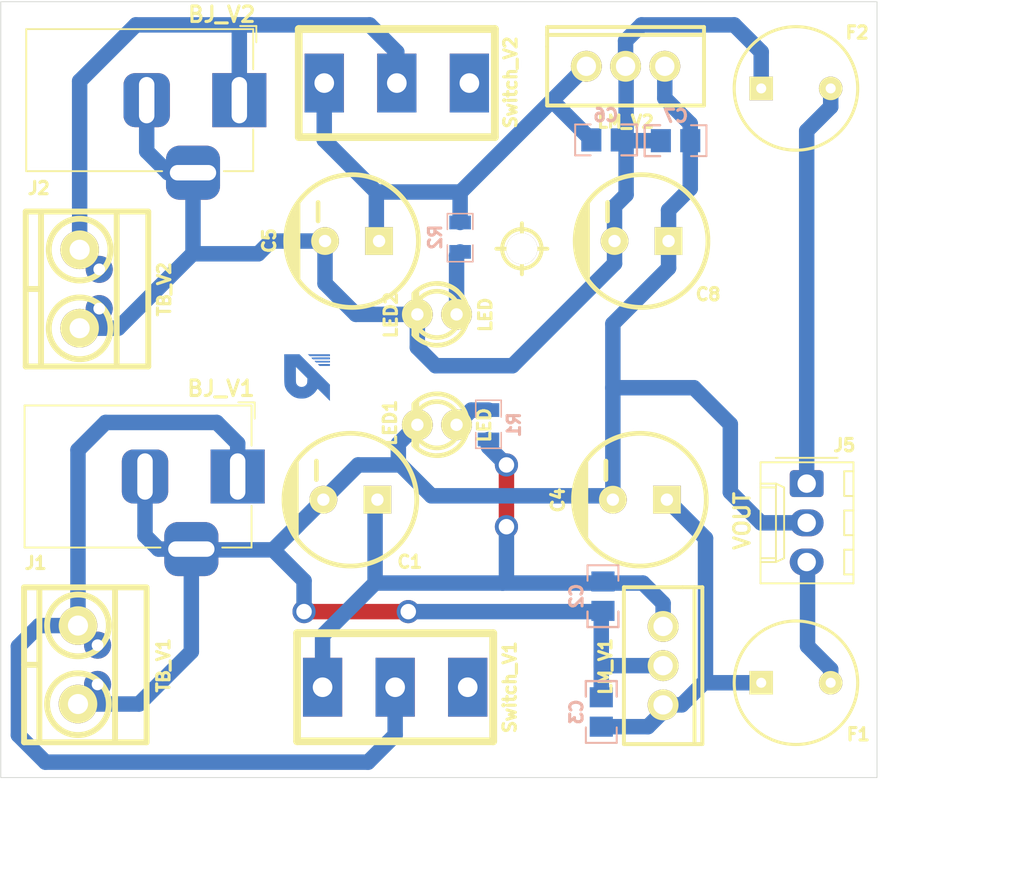
<source format=kicad_pcb>
(kicad_pcb (version 20240108) (generator "pcbnew") (generator_version "8.0")
  (title_block (title "Fuente N°2 Electroencefalograma") (date "2025-08-15") (rev "v1.0") (company "E.E.S.T. N°5 \"2 de Abril\" Temperley") (comment 1 "Autor: Iván Romano") (comment 2 "Curso: 7mo 6ta") (comment 3 "Grupo: 2"))
  (layers (0 "F.Cu" signal) (31 "B.Cu" signal) (34 "B.Paste" user) (35 "F.Paste" user) (36 "B.SilkS" user "B.Silkscreen") (37 "F.SilkS" user "F.Silkscreen") (38 "B.Mask" user) (39 "F.Mask" user) (44 "Edge.Cuts" user))
  (net 0 "")
  (net 1 "/+V1_SW_OUT")
  (net 2 "/+V2_Regulated")
  (net 3 "/+V1_Regulated")
  (net 4 "/-V2")
  (net 5 "/+V2_SW_OUT")
  (net 6 "+5V")
  (net 7 "-5V")
  (net 8 "/+V1_SW_IN")
  (net 9 "/+V2_SW_IN")
  (net 11 "Net-(LED1-A)")
  (net 12 "Net-(LED2-A)")
  (footprint "EESTN5:led_3mm_green" (layer "F.Cu") (at 153.663 91.1 -90)
    (property "Reference" "LED2" (at 0.05 2.988 90) (layer "F.SilkS") (effects (font (size 0.8 0.8) (thickness 0.2))))
    (property "Value" "LED" (at 0.025 -3.137 90) (layer "F.SilkS") (effects (font (size 0.8 0.8) (thickness 0.2))))
    (fp_line (start -1.30048 1.50114) (end 1.30048 1.50114) (stroke (width 0.29972)) (layer "F.SilkS"))
    (fp_line (start -1.50114 1.30048) (end 1.50114 1.30048) (stroke (width 0.29972)) (layer "F.SilkS"))
    (fp_arc (start -1.33096 1.50114) (mid -2.002597 0.120335) (end -1.50114 -1.33096) (stroke (width 0.29972)) (layer "F.SilkS"))
    (fp_arc (start -1.99898 0) (mid -1.413492 -1.413492) (end 0 -1.99898) (stroke (width 0.29972)) (layer "F.SilkS"))
    (fp_arc (start 1.50876 -1.31064) (mid 1.993617 0.140092) (end 1.31064 1.50876) (stroke (width 0.29972)) (layer "F.SilkS"))
    (fp_arc (start 0 -1.99898) (mid 1.413492 -1.413492) (end 1.99898 0) (stroke (width 0.29972)) (layer "F.SilkS"))
    (fp_circle (center 0 0) (end -1.50114 0) (stroke (width 0.29972)) (fill none) (layer "F.SilkS"))
    (pad "1" thru_hole circle (at 0 -1.27 270) (size 1.99898 1.99898) (drill 0.8001) (layers "*.Cu" "*.Mask" "F.SilkS") (net 12 "Net-(LED2-A)"))
    (pad "2" thru_hole circle (at 0 1.27 270) (size 1.99898 1.99898) (drill 0.8001) (layers "*.Cu" "*.Mask" "F.SilkS") (net 4 "/-V2"))
  )
  (footprint "EESTN5:BORNERA2_DUO" (layer "F.Cu") (at 130.413 113.795 -90)
    (property "Reference" "J3" (hide yes))
    (property "Value" "TB_V1" (at 0.03 -5.537 90) (layer "F.SilkS") (effects (font (size 0.8 0.8) (thickness 0.2) (bold yes))))
    (fp_line (start -4.9835 3.4925) (end 5.0165 3.4925) (stroke (width 0.381)) (layer "F.SilkS"))
    (fp_line (start 5.0165 3.4925) (end 5.0165 -4.445) (stroke (width 0.381)) (layer "F.SilkS"))
    (fp_line (start 0 2.54) (end 0 3.4845) (stroke (width 0.381)) (layer "F.SilkS"))
    (fp_line (start -5 2.5) (end 5 2.5) (stroke (width 0.381)) (layer "F.SilkS"))
    (fp_line (start -5 -2.4) (end 5 -2.4) (stroke (width 0.381)) (layer "F.SilkS"))
    (fp_line (start -5.0165 -4.445) (end -5.0165 3.4925) (stroke (width 0.381)) (layer "F.SilkS"))
    (fp_line (start 5.0165 -4.445) (end -4.9835 -4.445) (stroke (width 0.381)) (layer "F.SilkS"))
    (fp_circle (center -2.55 0) (end -0.55 0) (stroke (width 0.381)) (fill none) (layer "F.SilkS"))
    (fp_circle (center 2.55 0) (end 0.55 0) (stroke (width 0.381)) (fill none) (layer "F.SilkS"))
    (pad "1" thru_hole circle (at -2.54 0 270) (size 2.5 2.5) (drill 1.3) (layers "*.Cu" "*.Mask" "F.SilkS") (net 8 "/+V1_SW_IN"))
    (pad "1" thru_hole circle (at -1.27 -1.27 270) (size 1.75 1.75) (drill 0.762) (layers "*.Cu" "*.Mask") (net 8 "/+V1_SW_IN"))
    (pad "2" thru_hole circle (at 1.27 -1.27 270) (size 1.75 1.75) (drill 0.762) (layers "*.Cu" "*.Mask") (net 2 "/+V2_Regulated"))
    (pad "2" thru_hole circle (at 2.54 0 270) (size 2.5 2.5) (drill 1.3) (layers "*.Cu" "*.Mask" "F.SilkS") (net 2 "/+V2_Regulated"))
  )
  (footprint "EESTN5:SW_SPDT_TH_Vertical" (layer "F.Cu") (at 151.063 76.119 90)
    (property "Reference" "Switch_V2" (at 0.044 7.362 90) (layer "F.SilkS") (effects (font (size 0.8 0.8) (thickness 0.2) (bold yes))))
    (property "Value" "SW_SPDT" (hide yes))
    (fp_line (start 3.5 -6.35) (end -3.5 -6.35) (stroke (width 0.5)) (layer "F.SilkS"))
    (fp_line (start 3.5 -6.35) (end 3.5 6.35) (stroke (width 0.508)) (layer "F.SilkS"))
    (fp_line (start -3.5 -6.35) (end -3.5 6.35) (stroke (width 0.5)) (layer "F.SilkS"))
    (fp_line (start -3.5 6.35) (end 3.5 6.35) (stroke (width 0.508)) (layer "F.SilkS"))
    (pad "1" thru_hole rect (at 0 -4.7 90) (size 3.81 2.54) (drill 1.27) (layers "*.Cu" "*.Mask") (net 5 "/+V2_SW_OUT"))
    (pad "2" thru_hole rect (at 0 0 90) (size 3.81 2.54) (drill 1.27) (layers "*.Cu" "*.Mask") (net 9 "/+V2_SW_IN"))
    (pad "3" thru_hole rect (at 0 4.7 90) (size 3.81 2.54) (drill 1.27) (layers "*.Cu" "*.Mask"))
  )
  (footprint "EESTN5:BORNERA2_DUO" (layer "F.Cu") (at 130.521 89.455 -90)
    (property "Reference" "J4" (hide yes))
    (property "Value" "TB_V2" (at 0.02 -5.479 90) (layer "F.SilkS") (effects (font (size 0.8 0.8) (thickness 0.2) (bold yes))))
    (fp_line (start -4.9835 3.4925) (end 5.0165 3.4925) (stroke (width 0.381)) (layer "F.SilkS"))
    (fp_line (start 5.0165 3.4925) (end 5.0165 -4.445) (stroke (width 0.381)) (layer "F.SilkS"))
    (fp_line (start 0 2.54) (end 0 3.4845) (stroke (width 0.381)) (layer "F.SilkS"))
    (fp_line (start -5 2.5) (end 5 2.5) (stroke (width 0.381)) (layer "F.SilkS"))
    (fp_line (start -5 -2.4) (end 5 -2.4) (stroke (width 0.381)) (layer "F.SilkS"))
    (fp_line (start -5.0165 -4.445) (end -5.0165 3.4925) (stroke (width 0.381)) (layer "F.SilkS"))
    (fp_line (start 5.0165 -4.445) (end -4.9835 -4.445) (stroke (width 0.381)) (layer "F.SilkS"))
    (fp_circle (center -2.55 0) (end -0.55 0) (stroke (width 0.381)) (fill none) (layer "F.SilkS"))
    (fp_circle (center 2.55 0) (end 0.55 0) (stroke (width 0.381)) (fill none) (layer "F.SilkS"))
    (pad "1" thru_hole circle (at -2.54 0 270) (size 2.5 2.5) (drill 1.3) (layers "*.Cu" "*.Mask" "F.SilkS") (net 9 "/+V2_SW_IN"))
    (pad "1" thru_hole circle (at -1.27 -1.27 270) (size 1.75 1.75) (drill 0.762) (layers "*.Cu" "*.Mask") (net 9 "/+V2_SW_IN"))
    (pad "2" thru_hole circle (at 1.27 -1.27 270) (size 1.75 1.75) (drill 0.762) (layers "*.Cu" "*.Mask") (net 4 "/-V2"))
    (pad "2" thru_hole circle (at 2.54 0 270) (size 2.5 2.5) (drill 1.3) (layers "*.Cu" "*.Mask" "F.SilkS") (net 4 "/-V2"))
  )
  (footprint "EESTN5:CAP_ELEC_8x11.5mm" (layer "F.Cu") (at 148.163 86.35 90)
    (property "Reference" "C5" (at 0.025 -5.363 90) (layer "F.SilkS") (effects (font (size 0.8 0.8) (thickness 0.2) (bold yes))))
    (property "Value" "470u" (hide yes))
    (fp_line (start -0.8 -4.1) (end 0.9 -4.1) (stroke (width 0.3048)) (layer "F.SilkS"))
    (fp_line (start -1.4 -3.9) (end 1.4 -3.9) (stroke (width 0.3048)) (layer "F.SilkS"))
    (fp_line (start -1.8 -3.7) (end 1.8 -3.7) (stroke (width 0.3048)) (layer "F.SilkS"))
    (fp_line (start -2.4 -3.5) (end 2.4 -3.5) (stroke (width 0.3048)) (layer "F.SilkS"))
    (fp_line (start 1.3 -2.2) (end 2.5 -2.2) (stroke (width 0.3)) (layer "F.SilkS"))
    (fp_circle (center 0 0) (end -4.3 0) (stroke (width 0.3048)) (fill none) (layer "F.SilkS"))
    (pad "1" thru_hole rect (at 0 1.75 90) (size 1.8 1.8) (drill 0.8) (layers "*.Cu" "*.Mask" "F.SilkS") (net 5 "/+V2_SW_OUT"))
    (pad "2" thru_hole circle (at 0 -1.75 90) (size 1.8 1.8) (drill 0.8) (layers "*.Cu" "*.Mask" "F.SilkS") (net 4 "/-V2"))
  )
  (footprint "EESTN5:TO-220" (layer "F.Cu") (at 165.878 75.032)
    (property "Reference" "LM_V2" (at 0 3.593 0) (layer "F.SilkS") (effects (font (size 0.8 0.8) (thickness 0.2) (bold yes))))
    (property "Value" "~" (hide yes))
    (fp_line (start -5.08 -2.54) (end -5.08 -1.27) (stroke (width 0.254)) (layer "F.SilkS"))
    (fp_line (start -5.08 -2.032) (end 5.08 -2.032) (stroke (width 0.254)) (layer "F.SilkS"))
    (fp_line (start -5.08 -1.27) (end -5.08 2.54) (stroke (width 0.254)) (layer "F.SilkS"))
    (fp_line (start -5.08 2.54) (end 5.08 2.54) (stroke (width 0.254)) (layer "F.SilkS"))
    (fp_line (start 5.08 -2.54) (end -5.08 -2.54) (stroke (width 0.254)) (layer "F.SilkS"))
    (fp_line (start 5.08 2.54) (end 5.08 -2.54) (stroke (width 0.254)) (layer "F.SilkS"))
    (pad "1" thru_hole circle (at -2.54 0) (size 2 2) (drill 1.24968) (layers "*.Cu" "*.Mask" "F.SilkS") (net 5 "/+V2_SW_OUT"))
    (pad "2" thru_hole circle (at 0 0) (size 2 2) (drill 1.24968) (layers "*.Cu" "*.Mask" "F.SilkS") (net 4 "/-V2"))
    (pad "3" thru_hole circle (at 2.54 0) (size 2 2) (drill 1.24968) (layers "*.Cu" "*.Mask" "F.SilkS") (net 2 "/+V2_Regulated"))
  )
  (footprint "EESTN5:CAP_ELEC_8x11.5mm" (layer "F.Cu") (at 148.055 103.1 90)
    (property "Reference" "C1" (at -4.025 3.845 180) (layer "F.SilkS") (effects (font (size 0.8 0.8) (thickness 0.2) (bold yes))))
    (property "Value" "470u" (hide yes))
    (fp_line (start -0.8 -4.1) (end 0.9 -4.1) (stroke (width 0.3048)) (layer "F.SilkS"))
    (fp_line (start -1.4 -3.9) (end 1.4 -3.9) (stroke (width 0.3048)) (layer "F.SilkS"))
    (fp_line (start -1.8 -3.7) (end 1.8 -3.7) (stroke (width 0.3048)) (layer "F.SilkS"))
    (fp_line (start -2.4 -3.5) (end 2.4 -3.5) (stroke (width 0.3048)) (layer "F.SilkS"))
    (fp_line (start 1.3 -2.2) (end 2.5 -2.2) (stroke (width 0.3)) (layer "F.SilkS"))
    (fp_circle (center 0 0) (end -4.3 0) (stroke (width 0.3048)) (fill none) (layer "F.SilkS"))
    (pad "1" thru_hole rect (at 0 1.75 90) (size 1.8 1.8) (drill 0.8) (layers "*.Cu" "*.Mask" "F.SilkS") (net 1 "/+V1_SW_OUT"))
    (pad "2" thru_hole circle (at 0 -1.75 90) (size 1.8 1.8) (drill 0.8) (layers "*.Cu" "*.Mask" "F.SilkS") (net 2 "/+V2_Regulated"))
  )
  (footprint "EESTN5:led_3mm_green" (layer "F.Cu") (at 153.663 98.25 -90)
    (property "Reference" "LED1" (at -0.125 3.038 90) (layer "F.SilkS") (effects (font (size 0.8 0.8) (thickness 0.2))))
    (property "Value" "LED" (at 0.025 -3.062 90) (layer "F.SilkS") (effects (font (size 0.8 0.8) (thickness 0.2))))
    (fp_line (start -1.30048 1.50114) (end 1.30048 1.50114) (stroke (width 0.29972)) (layer "F.SilkS"))
    (fp_line (start -1.50114 1.30048) (end 1.50114 1.30048) (stroke (width 0.29972)) (layer "F.SilkS"))
    (fp_arc (start -1.33096 1.50114) (mid -2.002597 0.120335) (end -1.50114 -1.33096) (stroke (width 0.29972)) (layer "F.SilkS"))
    (fp_arc (start -1.99898 0) (mid -1.413492 -1.413492) (end 0 -1.99898) (stroke (width 0.29972)) (layer "F.SilkS"))
    (fp_arc (start 1.50876 -1.31064) (mid 1.993617 0.140092) (end 1.31064 1.50876) (stroke (width 0.29972)) (layer "F.SilkS"))
    (fp_arc (start 0 -1.99898) (mid 1.413492 -1.413492) (end 1.99898 0) (stroke (width 0.29972)) (layer "F.SilkS"))
    (fp_circle (center 0 0) (end -1.50114 0) (stroke (width 0.29972)) (fill none) (layer "F.SilkS"))
    (pad "1" thru_hole circle (at 0 -1.27 270) (size 1.99898 1.99898) (drill 0.8001) (layers "*.Cu" "*.Mask" "F.SilkS") (net 11 "Net-(LED1-A)"))
    (pad "2" thru_hole circle (at 0 1.27 270) (size 1.99898 1.99898) (drill 0.8001) (layers "*.Cu" "*.Mask" "F.SilkS") (net 2 "/+V2_Regulated"))
  )
  (footprint "EESTN5:hole_2mm" (layer "F.Cu") (at 159.163 86.85)
    (property "Reference" "J6" (hide yes))
    (property "Value" "Moutning Hole" (hide yes))
    (fp_line (start -1.651 0) (end 1.651 0) (stroke (width 0.254)) (layer "F.SilkS"))
    (fp_line (start 0 -1.651) (end 0 1.651) (stroke (width 0.254)) (layer "F.SilkS"))
    (fp_circle (center 0 0) (end 1.27 -0.127) (stroke (width 0.254)) (fill none) (layer "F.SilkS"))
    (pad "1" thru_hole circle (at 0 0) (size 1.99898 1.99898) (drill 1.99898) (layers "*.Cu" "F.SilkS"))
  )
  (footprint "EESTN5:TO-220" (layer "F.Cu") (at 168.31 113.85 -90)
    (property "Reference" "LM_V1" (at 0.05 3.735 90) (layer "F.SilkS") (effects (font (size 0.8 0.8) (thickness 0.2) (bold yes))))
    (property "Value" "~" (hide yes))
    (fp_line (start -5.08 2.54) (end 5.08 2.54) (stroke (width 0.254)) (layer "F.SilkS"))
    (fp_line (start 5.08 2.54) (end 5.08 -2.54) (stroke (width 0.254)) (layer "F.SilkS"))
    (fp_line (start -5.08 -1.27) (end -5.08 2.54) (stroke (width 0.254)) (layer "F.SilkS"))
    (fp_line (start -5.08 -2.032) (end 5.08 -2.032) (stroke (width 0.254)) (layer "F.SilkS"))
    (fp_line (start -5.08 -2.54) (end -5.08 -1.27) (stroke (width 0.254)) (layer "F.SilkS"))
    (fp_line (start 5.08 -2.54) (end -5.08 -2.54) (stroke (width 0.254)) (layer "F.SilkS"))
    (pad "1" thru_hole circle (at -2.54 0 270) (size 2 2) (drill 1.24968) (layers "*.Cu" "*.Mask" "F.SilkS") (net 1 "/+V1_SW_OUT"))
    (pad "2" thru_hole circle (at 0 0 270) (size 2 2) (drill 1.24968) (layers "*.Cu" "*.Mask" "F.SilkS") (net 2 "/+V2_Regulated"))
    (pad "3" thru_hole circle (at 2.54 0 270) (size 2 2) (drill 1.24968) (layers "*.Cu" "*.Mask" "F.SilkS") (net 3 "/+V1_Regulated"))
  )
  (footprint "EESTN5:CAP_ELEC_8x11.5mm" (layer "F.Cu") (at 166.913 86.35 90)
    (property "Reference" "C8" (at -3.45 4.312 180) (layer "F.SilkS") (effects (font (size 0.8 0.8) (thickness 0.2) (bold yes))))
    (property "Value" "470u" (hide yes))
    (fp_line (start -0.8 -4.1) (end 0.9 -4.1) (stroke (width 0.3048)) (layer "F.SilkS"))
    (fp_line (start -1.4 -3.9) (end 1.4 -3.9) (stroke (width 0.3048)) (layer "F.SilkS"))
    (fp_line (start -1.8 -3.7) (end 1.8 -3.7) (stroke (width 0.3048)) (layer "F.SilkS"))
    (fp_line (start -2.4 -3.5) (end 2.4 -3.5) (stroke (width 0.3048)) (layer "F.SilkS"))
    (fp_line (start 1.3 -2.2) (end 2.5 -2.2) (stroke (width 0.3)) (layer "F.SilkS"))
    (fp_circle (center 0 0) (end -4.3 0) (stroke (width 0.3048)) (fill none) (layer "F.SilkS"))
    (pad "1" thru_hole rect (at 0 1.75 90) (size 1.8 1.8) (drill 0.8) (layers "*.Cu" "*.Mask" "F.SilkS") (net 2 "/+V2_Regulated"))
    (pad "2" thru_hole circle (at 0 -1.75 90) (size 1.8 1.8) (drill 0.8) (layers "*.Cu" "*.Mask" "F.SilkS") (net 4 "/-V2"))
  )
  (footprint "Connector_Molex:Molex_KK-254_AE-6410-03A_1x03_P2.54mm_Vertical" (layer "F.Cu") (at 177.608 102.06 -90)
    (property "Reference" "J5" (at -2.485 -2.442 180) (layer "F.SilkS") (effects (font (size 0.8 0.8) (thickness 0.2) (bold yes))))
    (property "Value" "VOUT" (at 2.415 4.18 90) (layer "F.SilkS") (effects (font (thickness 0.2) (bold yes))))
    (fp_line (start -1.38 2.99) (end 6.46 2.99) (stroke (width 0.12)) (layer "F.SilkS"))
    (fp_line (start 0 2.99) (end 0 1.99) (stroke (width 0.12)) (layer "F.SilkS"))
    (fp_line (start 0.25 2.99) (end 0.25 1.99) (stroke (width 0.12)) (layer "F.SilkS"))
    (fp_line (start 4.83 2.99) (end 4.83 1.99) (stroke (width 0.12)) (layer "F.SilkS"))
    (fp_line (start 6.46 2.99) (end 6.46 -3.03) (stroke (width 0.12)) (layer "F.SilkS"))
    (fp_line (start 0 1.99) (end 5.08 1.99) (stroke (width 0.12)) (layer "F.SilkS"))
    (fp_line (start 0 1.99) (end 0.25 1.46) (stroke (width 0.12)) (layer "F.SilkS"))
    (fp_line (start 5.08 1.99) (end 5.08 2.99) (stroke (width 0.12)) (layer "F.SilkS"))
    (fp_line (start 0.25 1.46) (end 4.83 1.46) (stroke (width 0.12)) (layer "F.SilkS"))
    (fp_line (start 4.83 1.46) (end 5.08 1.99) (stroke (width 0.12)) (layer "F.SilkS"))
    (fp_line (start -1.67 -2) (end -1.67 2) (stroke (width 0.12)) (layer "F.SilkS"))
    (fp_line (start -0.8 -2.43) (end 0.8 -2.43) (stroke (width 0.12)) (layer "F.SilkS"))
    (fp_line (start 0.8 -2.43) (end 0.8 -3.03) (stroke (width 0.12)) (layer "F.SilkS"))
    (fp_line (start 1.74 -2.43) (end 3.34 -2.43) (stroke (width 0.12)) (layer "F.SilkS"))
    (fp_line (start 3.34 -2.43) (end 3.34 -3.03) (stroke (width 0.12)) (layer "F.SilkS"))
    (fp_line (start 4.28 -2.43) (end 5.88 -2.43) (stroke (width 0.12)) (layer "F.SilkS"))
    (fp_line (start 5.88 -2.43) (end 5.88 -3.03) (stroke (width 0.12)) (layer "F.SilkS"))
    (fp_line (start -1.38 -3.03) (end -1.38 2.99) (stroke (width 0.12)) (layer "F.SilkS"))
    (fp_line (start -0.8 -3.03) (end -0.8 -2.43) (stroke (width 0.12)) (layer "F.SilkS"))
    (fp_line (start 1.74 -3.03) (end 1.74 -2.43) (stroke (width 0.12)) (layer "F.SilkS"))
    (fp_line (start 4.28 -3.03) (end 4.28 -2.43) (stroke (width 0.12)) (layer "F.SilkS"))
    (fp_line (start 6.46 -3.03) (end -1.38 -3.03) (stroke (width 0.12)) (layer "F.SilkS"))
    (pad "1" thru_hole roundrect (at 0 0 270) (size 1.74 2.19) (drill 1.19) (layers "*.Cu" "*.Mask") (roundrect_rratio 0.143678) (net 7 "-5V"))
    (pad "2" thru_hole oval (at 2.54 0 270) (size 1.74 2.19) (drill 1.19) (layers "*.Cu" "*.Mask") (net 2 "/+V2_Regulated"))
    (pad "3" thru_hole oval (at 5.08 0 270) (size 1.74 2.19) (drill 1.19) (layers "*.Cu" "*.Mask") (net 6 "+5V"))
  )
  (footprint "Logo Romano:Fuse_Cylinder_8mm" (layer "F.Cu") (at 176.913 76.465 -90)
    (property "Reference" "F2" (at -3.615 -3.962 0) (layer "F.SilkS") (effects (font (size 0.8 0.8) (thickness 0.2) (bold yes))))
    (property "Value" "Fuse_-5v" (hide yes))
    (fp_circle (center 0 0) (end 4 0) (stroke (width 0.2)) (fill none) (layer "F.SilkS"))
    (pad "1" thru_hole rect (at 0 2.25 270) (size 1.524 1.524) (drill 0.65) (layers "*.Cu" "*.Mask" "F.SilkS") (net 4 "/-V2"))
    (pad "2" thru_hole circle (at 0 -2.25 270) (size 1.524 1.524) (drill 0.65) (layers "*.Cu" "*.Mask" "F.SilkS") (net 7 "-5V"))
  )
  (footprint "EESTN5:CAP_ELEC_8x11.5mm" (layer "F.Cu") (at 166.805 103.1 90)
    (property "Reference" "C4" (at -0.025 -5.305 90) (layer "F.SilkS") (effects (font (size 0.8 0.8) (thickness 0.2) (bold yes))))
    (property "Value" "470u" (hide yes))
    (fp_line (start -0.8 -4.1) (end 0.9 -4.1) (stroke (width 0.3048)) (layer "F.SilkS"))
    (fp_line (start -1.4 -3.9) (end 1.4 -3.9) (stroke (width 0.3048)) (layer "F.SilkS"))
    (fp_line (start -1.8 -3.7) (end 1.8 -3.7) (stroke (width 0.3048)) (layer "F.SilkS"))
    (fp_line (start -2.4 -3.5) (end 2.4 -3.5) (stroke (width 0.3048)) (layer "F.SilkS"))
    (fp_line (start 1.3 -2.2) (end 2.5 -2.2) (stroke (width 0.3)) (layer "F.SilkS"))
    (fp_circle (center 0 0) (end -4.3 0) (stroke (width 0.3048)) (fill none) (layer "F.SilkS"))
    (pad "1" thru_hole rect (at 0 1.75 90) (size 1.8 1.8) (drill 0.8) (layers "*.Cu" "*.Mask" "F.SilkS") (net 3 "/+V1_Regulated"))
    (pad "2" thru_hole circle (at 0 -1.75 90) (size 1.8 1.8) (drill 0.8) (layers "*.Cu" "*.Mask" "F.SilkS") (net 2 "/+V2_Regulated"))
  )
  (footprint "EESTN5:SW_SPDT_TH_Vertical" (layer "F.Cu") (at 150.955 115.248 90)
    (property "Reference" "Switch_V1" (at -0.002 7.42 90) (layer "F.SilkS") (effects (font (size 0.8 0.8) (thickness 0.2) (bold yes))))
    (property "Value" "SW_SPDT" (hide yes))
    (fp_line (start 3.5 -6.35) (end -3.5 -6.35) (stroke (width 0.5)) (layer "F.SilkS"))
    (fp_line (start 3.5 -6.35) (end 3.5 6.35) (stroke (width 0.508)) (layer "F.SilkS"))
    (fp_line (start -3.5 -6.35) (end -3.5 6.35) (stroke (width 0.5)) (layer "F.SilkS"))
    (fp_line (start -3.5 6.35) (end 3.5 6.35) (stroke (width 0.508)) (layer "F.SilkS"))
    (pad "1" thru_hole rect (at 0 -4.7 90) (size 3.81 2.54) (drill 1.27) (layers "*.Cu" "*.Mask") (net 1 "/+V1_SW_OUT"))
    (pad "2" thru_hole rect (at 0 0 90) (size 3.81 2.54) (drill 1.27) (layers "*.Cu" "*.Mask") (net 8 "/+V1_SW_IN"))
    (pad "3" thru_hole rect (at 0 4.7 90) (size 3.81 2.54) (drill 1.27) (layers "*.Cu" "*.Mask"))
  )
  (footprint "Connector_BarrelJack:BarrelJack_Horizontal" (layer "F.Cu") (at 140.863 77.225)
    (property "Reference" "J2" (at -12.988 5.7 0) (layer "F.SilkS") (effects (font (size 0.8 0.8) (thickness 0.2) (bold yes))))
    (property "Value" "BJ_V2" (at -1.138 -5.55 0) (layer "F.SilkS") (effects (font (thickness 0.2) (bold yes))))
    (fp_line (start -13.8 -4.6) (end 0.9 -4.6) (stroke (width 0.12)) (layer "F.SilkS"))
    (fp_line (start -13.8 4.6) (end -13.8 -4.6) (stroke (width 0.12)) (layer "F.SilkS"))
    (fp_line (start -5 4.6) (end -13.8 4.6) (stroke (width 0.12)) (layer "F.SilkS"))
    (fp_line (start 0.05 -4.8) (end 1.1 -4.8) (stroke (width 0.12)) (layer "F.SilkS"))
    (fp_line (start 0.9 -4.6) (end 0.9 -2) (stroke (width 0.12)) (layer "F.SilkS"))
    (fp_line (start 0.9 1.9) (end 0.9 4.6) (stroke (width 0.12)) (layer "F.SilkS"))
    (fp_line (start 0.9 4.6) (end -1 4.6) (stroke (width 0.12)) (layer "F.SilkS"))
    (fp_line (start 1.1 -3.75) (end 1.1 -4.8) (stroke (width 0.12)) (layer "F.SilkS"))
    (pad "1" thru_hole rect (at 0 0) (size 3.5 3.5) (drill oval 1 3) (layers "*.Cu" "*.Mask") (net 9 "/+V2_SW_IN"))
    (pad "2" thru_hole roundrect (at -6 0) (size 3 3.5) (drill oval 1 3) (layers "*.Cu" "*.Mask") (net 4 "/-V2"))
    (pad "3" thru_hole roundrect (at -3 4.7) (size 3.5 3.5) (drill oval 3 1) (layers "*.Cu" "*.Mask") (net 4 "/-V2"))
  )
  (footprint "Logo Romano:Fuse_Cylinder_8mm" (layer "F.Cu") (at 176.913 114.957 -90)
    (property "Reference" "F1" (at 3.343 -4.037 0) (layer "F.SilkS") (effects (font (size 0.8 0.8) (thickness 0.2) (bold yes))))
    (property "Value" "Fuse_+5v" (hide yes))
    (fp_circle (center 0 0) (end 4 0) (stroke (width 0.2)) (fill none) (layer "F.SilkS"))
    (pad "1" thru_hole rect (at 0 2.25 270) (size 1.524 1.524) (drill 0.65) (layers "*.Cu" "*.Mask" "F.SilkS") (net 3 "/+V1_Regulated"))
    (pad "2" thru_hole circle (at 0 -2.25 270) (size 1.524 1.524) (drill 0.65) (layers "*.Cu" "*.Mask" "F.SilkS") (net 6 "+5V"))
  )
  (footprint "Connector_BarrelJack:BarrelJack_Horizontal" (layer "F.Cu") (at 140.755 101.6)
    (property "Reference" "J1" (at -13.08 5.6 0) (layer "F.SilkS") (effects (font (size 0.8 0.8) (thickness 0.2) (bold yes))))
    (property "Value" "BJ_V1" (at -1.08 -5.7 0) (layer "F.SilkS") (effects (font (thickness 0.2) (bold yes))))
    (fp_line (start -13.8 -4.6) (end 0.9 -4.6) (stroke (width 0.12)) (layer "F.SilkS"))
    (fp_line (start -13.8 4.6) (end -13.8 -4.6) (stroke (width 0.12)) (layer "F.SilkS"))
    (fp_line (start -5 4.6) (end -13.8 4.6) (stroke (width 0.12)) (layer "F.SilkS"))
    (fp_line (start 0.05 -4.8) (end 1.1 -4.8) (stroke (width 0.12)) (layer "F.SilkS"))
    (fp_line (start 0.9 -4.6) (end 0.9 -2) (stroke (width 0.12)) (layer "F.SilkS"))
    (fp_line (start 0.9 1.9) (end 0.9 4.6) (stroke (width 0.12)) (layer "F.SilkS"))
    (fp_line (start 0.9 4.6) (end -1 4.6) (stroke (width 0.12)) (layer "F.SilkS"))
    (fp_line (start 1.1 -3.75) (end 1.1 -4.8) (stroke (width 0.12)) (layer "F.SilkS"))
    (pad "1" thru_hole rect (at 0 0) (size 3.5 3.5) (drill oval 1 3) (layers "*.Cu" "*.Mask") (net 8 "/+V1_SW_IN"))
    (pad "2" thru_hole roundrect (at -6 0) (size 3 3.5) (drill oval 1 3) (layers "*.Cu" "*.Mask") (net 2 "/+V2_Regulated"))
    (pad "3" thru_hole roundrect (at -3 4.7) (size 3.5 3.5) (drill oval 3 1) (layers "*.Cu" "*.Mask") (net 2 "/+V2_Regulated"))
  )
  (footprint "EESTN5:C_0805" (layer "B.Cu") (at 169.1155 79.85)
    (property "Reference" "C7" (at 0.0095 -1.6 0) (layer "B.SilkS") (effects (font (size 0.8 0.8) (thickness 0.2) (bold yes)) (justify mirror)))
    (property "Value" "100n" (hide yes))
    (fp_line (start -2 -1) (end -2 1) (stroke (width 0.15)) (layer "B.SilkS"))
    (fp_line (start -2 1) (end -1 1) (stroke (width 0.15)) (layer "B.SilkS"))
    (fp_line (start -1 -1) (end -2 -1) (stroke (width 0.15)) (layer "B.SilkS"))
    (fp_line (start 1 -1) (end 2 -1) (stroke (width 0.127)) (layer "B.SilkS"))
    (fp_line (start 2 -1) (end 2 1) (stroke (width 0.127)) (layer "B.SilkS"))
    (fp_line (start 2 1) (end 1 1) (stroke (width 0.127)) (layer "B.SilkS"))
    (pad "1" smd rect (at 0.9525 0) (size 1.30048 1.4986) (layers "B.Cu" "B.Paste" "B.Mask") (net 2 "/+V2_Regulated"))
    (pad "2" smd rect (at -0.9525 0) (size 1.30048 1.4986) (layers "B.Cu" "B.Paste" "B.Mask") (net 4 "/-V2"))
  )
  (footprint "EESTN5:C_0805" (layer "B.Cu") (at 164.613 79.8 180)
    (property "Reference" "C6" (at 0.013 1.6 0) (layer "B.SilkS") (effects (font (size 0.8 0.8) (thickness 0.2) (bold yes)) (justify mirror)))
    (property "Value" "100n" (hide yes))
    (fp_line (start 2 1) (end 1 1) (stroke (width 0.127)) (layer "B.SilkS"))
    (fp_line (start 2 -1) (end 2 1) (stroke (width 0.127)) (layer "B.SilkS"))
    (fp_line (start 1 -1) (end 2 -1) (stroke (width 0.127)) (layer "B.SilkS"))
    (fp_line (start -1 -1) (end -2 -1) (stroke (width 0.15)) (layer "B.SilkS"))
    (fp_line (start -2 1) (end -1 1) (stroke (width 0.15)) (layer "B.SilkS"))
    (fp_line (start -2 -1) (end -2 1) (stroke (width 0.15)) (layer "B.SilkS"))
    (pad "1" smd rect (at 0.9525 0 180) (size 1.30048 1.4986) (layers "B.Cu" "B.Paste" "B.Mask") (net 5 "/+V2_SW_OUT"))
    (pad "2" smd rect (at -0.9525 0 180) (size 1.30048 1.4986) (layers "B.Cu" "B.Paste" "B.Mask") (net 4 "/-V2"))
  )
  (footprint "EESTN5:C_0805" (layer "B.Cu") (at 164.305 116.85 -90)
    (property "Reference" "C3" (at 0 1.605 90) (layer "B.SilkS") (effects (font (size 0.8 0.8) (thickness 0.2) (bold yes)) (justify mirror)))
    (property "Value" "100n" (hide yes))
    (fp_line (start -2 1) (end -1 1) (stroke (width 0.15)) (layer "B.SilkS"))
    (fp_line (start 2 1) (end 1 1) (stroke (width 0.127)) (layer "B.SilkS"))
    (fp_line (start -2 -1) (end -2 1) (stroke (width 0.15)) (layer "B.SilkS"))
    (fp_line (start -1 -1) (end -2 -1) (stroke (width 0.15)) (layer "B.SilkS"))
    (fp_line (start 1 -1) (end 2 -1) (stroke (width 0.127)) (layer "B.SilkS"))
    (fp_line (start 2 -1) (end 2 1) (stroke (width 0.127)) (layer "B.SilkS"))
    (pad "1" smd rect (at 0.9525 0 270) (size 1.30048 1.4986) (layers "B.Cu" "B.Paste" "B.Mask") (net 3 "/+V1_Regulated"))
    (pad "2" smd rect (at -0.9525 0 270) (size 1.30048 1.4986) (layers "B.Cu" "B.Paste" "B.Mask") (net 2 "/+V2_Regulated"))
  )
  (footprint "EESTN5:R_0805" (layer "B.Cu") (at 157 98.25 90)
    (property "Reference" "R1" (at 0 1.65 90) (layer "B.SilkS") (effects (font (size 0.8 0.8) (thickness 0.2) (bold yes)) (justify mirror)))
    (property "Value" "470" (hide yes))
    (fp_line (start 1.5875 -0.8255) (end 1.5875 0.8255) (stroke (width 0.09906)) (layer "B.SilkS"))
    (fp_line (start 0.508 -0.8255) (end 1.5875 -0.8255) (stroke (width 0.09906)) (layer "B.SilkS"))
    (fp_line (start -1.524 -0.8255) (end -0.508 -0.8255) (stroke (width 0.09906)) (layer "B.SilkS"))
    (fp_line (start 1.5875 0.8255) (end 0.508 0.8255) (stroke (width 0.09906)) (layer "B.SilkS"))
    (fp_line (start -0.508 0.8255) (end -1.524 0.8255) (stroke (width 0.09906)) (layer "B.SilkS"))
    (fp_line (start -1.524 0.8255) (end -1.524 -0.8255) (stroke (width 0.09906)) (layer "B.SilkS"))
    (pad "1" smd rect (at -0.9525 0 90) (size 0.889 1.397) (layers "B.Cu" "B.Paste" "B.Mask") (net 1 "/+V1_SW_OUT"))
    (pad "2" smd rect (at 0.9525 0 90) (size 0.889 1.397) (layers "B.Cu" "B.Paste" "B.Mask") (net 11 "Net-(LED1-A)"))
  )
  (footprint "EESTN5:C_0805" (layer "B.Cu") (at 164.413 109.35 90)
    (property "Reference" "C2" (at 0 -1.713 90) (layer "B.SilkS") (effects (font (size 0.8 0.8) (thickness 0.2) (bold yes)) (justify mirror)))
    (property "Value" "100n" (hide yes))
    (fp_line (start 2 -1) (end 2 1) (stroke (width 0.127)) (layer "B.SilkS"))
    (fp_line (start 1 -1) (end 2 -1) (stroke (width 0.127)) (layer "B.SilkS"))
    (fp_line (start -1 -1) (end -2 -1) (stroke (width 0.15)) (layer "B.SilkS"))
    (fp_line (start -2 -1) (end -2 1) (stroke (width 0.15)) (layer "B.SilkS"))
    (fp_line (start 2 1) (end 1 1) (stroke (width 0.127)) (layer "B.SilkS"))
    (fp_line (start -2 1) (end -1 1) (stroke (width 0.15)) (layer "B.SilkS"))
    (pad "1" smd rect (at 0.9525 0 90) (size 1.30048 1.4986) (layers "B.Cu" "B.Paste" "B.Mask") (net 1 "/+V1_SW_OUT"))
    (pad "2" smd rect (at -0.9525 0 90) (size 1.30048 1.4986) (layers "B.Cu" "B.Paste" "B.Mask") (net 2 "/+V2_Regulated"))
  )
  (footprint "EESTN5:R_0805" (layer "B.Cu") (at 155.163 86.1 -90)
    (property "Reference" "R2" (at 0 1.613 90) (layer "B.SilkS") (effects (font (size 0.8 0.8) (thickness 0.2) (bold yes)) (justify mirror)))
    (property "Value" "470" (hide yes))
    (fp_line (start -1.524 0.8255) (end -1.524 -0.8255) (stroke (width 0.09906)) (layer "B.SilkS"))
    (fp_line (start -0.508 0.8255) (end -1.524 0.8255) (stroke (width 0.09906)) (layer "B.SilkS"))
    (fp_line (start 1.5875 0.8255) (end 0.508 0.8255) (stroke (width 0.09906)) (layer "B.SilkS"))
    (fp_line (start -1.524 -0.8255) (end -0.508 -0.8255) (stroke (width 0.09906)) (layer "B.SilkS"))
    (fp_line (start 0.508 -0.8255) (end 1.5875 -0.8255) (stroke (width 0.09906)) (layer "B.SilkS"))
    (fp_line (start 1.5875 -0.8255) (end 1.5875 0.8255) (stroke (width 0.09906)) (layer "B.SilkS"))
    (pad "1" smd rect (at -0.9525 0 270) (size 0.889 1.397) (layers "B.Cu" "B.Paste" "B.Mask") (net 5 "/+V2_SW_OUT"))
    (pad "2" smd rect (at 0.9525 0 270) (size 0.889 1.397) (layers "B.Cu" "B.Paste" "B.Mask") (net 12 "Net-(LED2-A)"))
  )
  (footprint "Logo Romano:Logo_Romano" (layer "B.Cu") (at 145.25 95.2 -90)
    (property "Reference" "G***" (hide yes))
    (property "Value" "LOGO" (hide yes))
    (fp_poly (pts (xy -1.453839 -0.115519) (xy -1.389497 -0.184722) (xy -1.389497 -0.833426) (xy -1.389497 -1.482129) (xy -1.45434 -1.482129) (xy -1.519183 -1.482129) (xy -1.518682 -0.764223) (xy -1.518181 -0.046316)) (fill solid) (layer "B.Cu"))
    (fp_poly (pts (xy -1.037491 -0.528008) (xy -0.981911 -0.581257) (xy -0.981911 -1.031693) (xy -0.981911 -1.482129) (xy -1.037491 -1.482129) (xy -1.093071 -1.482129) (xy -1.093071 -0.978444) (xy -1.093071 -0.474759)) (fill solid) (layer "B.Cu"))
    (fp_poly (pts (xy -0.852828 -0.716236) (xy -0.818649 -0.746554) (xy -0.809375 -0.755973) (xy -0.759592 -0.807935) (xy -0.759592 -1.145032) (xy -0.759592 -1.482129) (xy -0.824435 -1.482129) (xy -0.889278 -1.482129) (xy -0.889278 -1.09307) (xy -0.888596 -0.977526) (xy -0.886689 -0.875628) (xy -0.883767 -0.792788) (xy -0.880039 -0.734418) (xy -0.875715 -0.705932) (xy -0.874218 -0.704011)) (fill solid) (layer "B.Cu"))
    (fp_poly (pts (xy -1.282057 -0.289574) (xy -1.247426 -0.318541) (xy -1.237666 -0.327682) (xy -1.185704 -0.377464) (xy -1.185704 -0.929797) (xy -1.185704 -1.482129) (xy -1.250547 -1.482129) (xy -1.315391 -1.482129) (xy -1.315391 -0.880014) (xy -1.31501 -0.73487) (xy -1.313929 -0.60231) (xy -1.312242 -0.486686) (xy -1.310042 -0.392348) (xy -1.307421 -0.323647) (xy -1.304473 -0.284933) (xy -1.302509 -0.277899)) (fill solid) (layer "B.Cu"))
    (fp_poly (pts (xy -0.335413 1.482076) (xy -0.144705 1.481708) (xy 0.015915 1.480717) (xy 0.149929 1.478795) (xy 0.260819 1.475635) (xy 0.352069 1.470927) (xy 0.427161 1.464364) (xy 0.489577 1.455637) (xy 0.5428 1.444438) (xy 0.590312 1.430458) (xy 0.635596 1.41339) (xy 0.682134 1.392924) (xy 0.733409 1.368754) (xy 0.736233 1.367407) (xy 0.813545 1.324628) (xy 0.890455 1.268458) (xy 0.975887 1.192021) (xy 1.019241 1.149432) (xy 1.132907 1.024054) (xy 1.21824 0.90163) (xy 1.281465 0.771756) (xy 1.324982 0.638529) (xy 1.343891 0.534821) (xy 1.353092 0.410124) (xy 1.352576 0.27906) (xy 1.342336 0.156249) (xy 1.32526 0.066552) (xy 1.265633 -0.095178) (xy 1.177428 -0.253472) (xy 1.067085 -0.399575) (xy 0.941043 -0.524733) (xy 0.831184 -0.605164) (xy 0.777014 -0.640089) (xy 0.738084 -0.668027) (xy 0.722557 -0.683107) (xy 0.722538 -0.683328) (xy 0.735139 -0.698723) (xy 0.770798 -0.736939) (xy 0.826304 -0.794672) (xy 0.898442 -0.868614) (xy 0.984 -0.955459) (xy 1.079765 -1.051901) (xy 1.116067 -1.088281) (xy 1.509596 -1.482129) (xy 0.981137 -1.482129) (xy 0.452678 -1.482129) (xy -0.533179 -0.495587) (xy -1.519036 0.490956) (xy -1.519071 0.722539) (xy -0.694401 0.722539) (xy -0.324043 0.350835) (xy 0.046316 -0.020869) (xy 0.205418 -0.015066) (xy 0.288104 -0.010558) (xy 0.345381 -0.002376) (xy 0.388885 0.012326) (xy 0.430252 0.036396) (xy 0.438364 0.04194) (xy 0.51949 0.118184) (xy 0.572501 0.210239) (xy 0.597707 0.311304) (xy 0.595418 0.414577) (xy 0.565944 0.513254) (xy 0.509595 0.600536) (xy 0.426682 0.669619) (xy 0.409303 0.679415) (xy 0.384047 0.692157) (xy 0.35909 0.702104) (xy 0.329684 0.709604) (xy 0.291082 0.715001) (xy 0.238536 0.718641) (xy 0.167298 0.72087) (xy 0.072623 0.722031) (xy -0.050239 0.722473) (xy -0.183375 0.722539) (xy -0.694401 0.722539) (xy -1.519071 0.722539) (xy -1.51911 0.986543) (xy -1.519183 1.48213) (xy -0.559691 1.48213)) (fill solid) (layer "B.Cu"))
  )
  (gr_rect (start 125.413 70.85) (end 182.163 121.1) (stroke (width 0.05)) (fill none) (layer "Edge.Cuts"))
  (segment (start 158.163 100.85) (end 158.163 104.85) (width 1) (layer "F.Cu") (net 1))
  (via (at 158.163 100.85) (size 1.5) (drill 1) (layers "F.Cu" "B.Cu") (net 1))
  (via (at 158.163 104.85) (size 1.5) (drill 1) (layers "F.Cu" "B.Cu") (net 1))
  (segment (start 167 108.5) (end 157.913 108.5) (width 1) (layer "B.Cu") (net 1))
  (segment (start 168.31 111.31) (end 168.31 109.81) (width 1) (layer "B.Cu") (net 1))
  (segment (start 149.655 103.25) (end 149.805 103.1) (width 1) (layer "B.Cu") (net 1))
  (segment (start 157 99.687) (end 158.163 100.85) (width 1) (layer "B.Cu") (net 1))
  (segment (start 168.31 109.81) (end 167 108.5) (width 1) (layer "B.Cu") (net 1))
  (segment (start 146.255 111.9) (end 149.655 108.5) (width 1) (layer "B.Cu") (net 1))
  (segment (start 149.655 108.5) (end 149.655 103.25) (width 1) (layer "B.Cu") (net 1))
  (segment (start 157.913 108.5) (end 149.655 108.5) (width 1) (layer "B.Cu") (net 1))
  (segment (start 158.163 108.25) (end 157.913 108.5) (width 1) (layer "B.Cu") (net 1))
  (segment (start 158.163 104.85) (end 158.163 108.25) (width 1) (layer "B.Cu") (net 1))
  (segment (start 157 99.2025) (end 157 99.687) (width 1) (layer "B.Cu") (net 1))
  (segment (start 146.255 115.248) (end 146.255 111.9) (width 1) (layer "B.Cu") (net 1))
  (segment (start 151.805 110.35) (end 145.055 110.35) (width 1) (layer "F.Cu") (net 2))
  (via (at 145.055 110.35) (size 1.5) (drill 1) (layers "F.Cu" "B.Cu") (net 2))
  (via (at 151.805 110.35) (size 1.5) (drill 1) (layers "F.Cu" "B.Cu") (net 2))
  (segment (start 168.663 86.35) (end 168.663 84.35) (width 1) (layer "B.Cu") (net 2))
  (segment (start 165.055 103.1) (end 165.055 95.85) (width 1) (layer "B.Cu") (net 2))
  (segment (start 170.068 82.945) (end 170.068 79.85) (width 1) (layer "B.Cu") (net 2))
  (segment (start 164.305 115.8975) (end 164.305 113.3025) (width 1) (layer "B.Cu") (net 2))
  (segment (start 168.31 113.85) (end 164.305 113.85) (width 1) (layer "B.Cu") (net 2))
  (segment (start 148.555 100.85) (end 151.305 100.85) (width 1) (layer "B.Cu") (net 2))
  (segment (start 164.305 113.3025) (end 164.305 110.35) (width 1) (layer "B.Cu") (net 2))
  (segment (start 164.305 110.35) (end 151.805 110.35) (width 1) (layer "B.Cu") (net 2))
  (segment (start 151.163 100.708) (end 151.305 100.85) (width 1) (layer "B.Cu") (net 2))
  (segment (start 170.068 79.85) (end 170.068 78.755) (width 1) (layer "B.Cu") (net 2))
  (segment (start 145.205 104.2) (end 146.305 103.1) (width 1) (layer "B.Cu") (net 2))
  (segment (start 135.625 106.3) (end 134.755 105.43) (width 1) (layer "B.Cu") (net 2))
  (segment (start 172.663 98.213) (end 170.3 95.85) (width 1) (layer "B.Cu") (net 2))
  (segment (start 145.055 108.35) (end 143.055 106.35) (width 1) (layer "B.Cu") (net 2))
  (segment (start 168.418 77.105) (end 168.418 75.032) (width 1) (layer "B.Cu") (net 2))
  (segment (start 137.755 112.945) (end 137.755 106.3) (width 1) (layer "B.Cu") (net 2))
  (segment (start 177.608 104.6) (end 174.65 104.6) (width 1) (layer "B.Cu") (net 2))
  (segment (start 130.413 116.335) (end 134.365 116.335) (width 1) (layer "B.Cu") (net 2))
  (segment (start 165.055 95.85) (end 165.055 91.708) (width 1) (layer "B.Cu") (net 2))
  (segment (start 151.305 100.85) (end 153.305 102.85) (width 1) (layer "B.Cu") (net 2))
  (segment (start 143.055 106.35) (end 137.805 106.35) (width 1) (layer "B.Cu") (net 2))
  (segment (start 134.365 116.335) (end 137.755 112.945) (width 1) (layer "B.Cu") (net 2))
  (segment (start 145.055 110.35) (end 145.055 108.35) (width 1) (layer "B.Cu") (net 2))
  (segment (start 174.65 104.6) (end 172.663 102.613) (width 1) (layer "B.Cu") (net 2))
  (segment (start 170.068 78.755) (end 168.418 77.105) (width 1) (layer "B.Cu") (net 2))
  (segment (start 145.105 104.3) (end 143.055 106.35) (width 1) (layer "B.Cu") (net 2))
  (segment (start 146.305 103.1) (end 148.555 100.85) (width 1) (layer "B.Cu") (net 2))
  (segment (start 172.663 102.613) (end 172.663 98.213) (width 1) (layer "B.Cu") (net 2))
  (segment (start 168.663 88.1) (end 168.663 86.35) (width 1) (layer "B.Cu") (net 2))
  (segment (start 164.805 102.85) (end 165.055 103.1) (width 1) (layer "B.Cu") (net 2))
  (segment (start 165.055 91.708) (end 168.663 88.1) (width 1) (layer "B.Cu") (net 2))
  (segment (start 168.663 84.35) (end 170.068 82.945) (width 1) (layer "B.Cu") (net 2))
  (segment (start 143.055 106.35) (end 144.68 104.725) (width 1) (layer "B.Cu") (net 2))
  (segment (start 164.305 113.85) (end 164.305 113.3025) (width 1) (layer "B.Cu") (net 2))
  (segment (start 152.393 98.25) (end 151.163 99.48) (width 1) (layer "B.Cu") (net 2))
  (segment (start 137.805 106.35) (end 137.755 106.3) (width 1) (layer "B.Cu") (net 2))
  (segment (start 170.3 95.85) (end 165.055 95.85) (width 1) (layer "B.Cu") (net 2))
  (segment (start 151.163 99.48) (end 151.163 100.708) (width 1) (layer "B.Cu") (net 2))
  (segment (start 134.755 105.43) (end 134.755 101.6) (width 1) (layer "B.Cu") (net 2))
  (segment (start 137.755 106.3) (end 135.625 106.3) (width 1) (layer "B.Cu") (net 2))
  (segment (start 146.305 103.1) (end 145.105 104.3) (width 1) (layer "B.Cu") (net 2))
  (segment (start 153.305 102.85) (end 164.805 102.85) (width 1) (layer "B.Cu") (net 2))
  (segment (start 168.31 116.39) (end 169.515 116.39) (width 1) (layer "B.Cu") (net 3))
  (segment (start 171.162 114.957) (end 174.663 114.957) (width 1) (layer "B.Cu") (net 3))
  (segment (start 171.055 114.85) (end 171.055 105.6) (width 1) (layer "B.Cu") (net 3))
  (segment (start 164.305 117.8025) (end 167.3225 117.8025) (width 1) (layer "B.Cu") (net 3))
  (segment (start 168.31 116.815) (end 168.31 116.39) (width 1) (layer "B.Cu") (net 3))
  (segment (start 169.515 116.39) (end 171.055 114.85) (width 1) (layer "B.Cu") (net 3))
  (segment (start 171.055 114.85) (end 171.162 114.957) (width 1) (layer "B.Cu") (net 3))
  (segment (start 167.3225 117.8025) (end 168.31 116.815) (width 1) (layer "B.Cu") (net 3))
  (segment (start 171.055 105.6) (end 168.555 103.1) (width 1) (layer "B.Cu") (net 3))
  (segment (start 165.163 87.812) (end 165.163 86.35) (width 1) (layer "B.Cu") (net 4))
  (segment (start 142.088 87.175) (end 142.913 86.35) (width 1) (layer "B.Cu") (net 4))
  (segment (start 165.913 79.4525) (end 165.913 75.067) (width 1) (layer "B.Cu") (net 4))
  (segment (start 142.913 86.35) (end 146.413 86.35) (width 1) (layer "B.Cu") (net 4))
  (segment (start 165.6155 79.85) (end 165.5655 79.8) (width 1) (layer "B.Cu") (net 4))
  (segment (start 165.913 75.067) (end 165.878 75.032) (width 1) (layer "B.Cu") (net 4))
  (segment (start 165.163 84.1) (end 165.913 83.35) (width 1) (layer "B.Cu") (net 4))
  (segment (start 165.913 83.35) (end 165.913 80.1475) (width 1) (layer "B.Cu") (net 4))
  (segment (start 133.018 91.995) (end 137.863 87.15) (width 1) (layer "B.Cu") (net 4))
  (segment (start 174.663 74.1) (end 172.913 72.35) (width 1) (layer "B.Cu") (net 4))
  (segment (start 158.55 94.425) (end 165.163 87.812) (width 1) (layer "B.Cu") (net 4))
  (segment (start 168.163 79.85) (end 165.6155 79.85) (width 1) (layer "B.Cu") (net 4))
  (segment (start 146.413 89.1) (end 146.413 86.35) (width 1) (layer "B.Cu") (net 4))
  (segment (start 137.863 87.15) (end 137.888 87.175) (width 1) (layer "B.Cu") (net 4))
  (segment (start 137.863 81.925) (end 136.25 81.925) (width 1) (layer "B.Cu") (net 4))
  (segment (start 165.163 86.35) (end 165.163 84.1) (width 1) (layer "B.Cu") (net 4))
  (segment (start 174.663 76.465) (end 174.663 74.1) (width 1) (layer "B.Cu") (net 4))
  (segment (start 130.521 91.995) (end 133.018 91.995) (width 1) (layer "B.Cu") (net 4))
  (segment (start 165.913 80.1475) (end 165.5655 79.8) (width 1) (layer "B.Cu") (net 4))
  (segment (start 172.913 72.35) (end 166.913 72.35) (width 1) (layer "B.Cu") (net 4))
  (segment (start 165.5655 79.8) (end 165.913 79.4525) (width 1) (layer "B.Cu") (net 4))
  (segment (start 165.878 73.385) (end 165.878 75.032) (width 1) (layer "B.Cu") (net 4))
  (segment (start 166.913 72.35) (end 165.878 73.385) (width 1) (layer "B.Cu") (net 4))
  (segment (start 153.575 94.425) (end 158.55 94.425) (width 1) (layer "B.Cu") (net 4))
  (segment (start 152.393 91.1) (end 152.393 93.243) (width 1) (layer "B.Cu") (net 4))
  (segment (start 137.863 87.15) (end 137.863 81.925) (width 1) (layer "B.Cu") (net 4))
  (segment (start 136.25 81.925) (end 134.863 80.538) (width 1) (layer "B.Cu") (net 4))
  (segment (start 148.413 91.1) (end 146.413 89.1) (width 1) (layer "B.Cu") (net 4))
  (segment (start 152.393 91.1) (end 148.413 91.1) (width 1) (layer "B.Cu") (net 4))
  (segment (start 137.888 87.175) (end 142.088 87.175) (width 1) (layer "B.Cu") (net 4))
  (segment (start 152.393 93.243) (end 153.575 94.425) (width 1) (layer "B.Cu") (net 4))
  (segment (start 134.863 80.538) (end 134.863 77.225) (width 1) (layer "B.Cu") (net 4))
  (segment (start 155.163 83.207) (end 155.195 83.175) (width 1) (layer "B.Cu") (net 5))
  (segment (start 149.738 83.175) (end 149.738 86.175) (width 1) (layer "B.Cu") (net 5))
  (segment (start 149.738 83.175) (end 155.195 83.175) (width 1) (layer "B.Cu") (net 5))
  (segment (start 146.363 79.8) (end 149.738 83.175) (width 1) (layer "B.Cu") (net 5))
  (segment (start 163.6605 79.8) (end 161.11525 77.25475) (width 1) (layer "B.Cu") (net 5))
  (segment (start 149.738 86.175) (end 149.913 86.35) (width 1) (layer "B.Cu") (net 5))
  (segment (start 155.163 85.1475) (end 155.163 83.207) (width 1) (layer "B.Cu") (net 5))
  (segment (start 161.11525 77.25475) (end 163.338 75.032) (width 1) (layer "B.Cu") (net 5))
  (segment (start 155.195 83.175) (end 163.338 75.032) (width 1) (layer "B.Cu") (net 5))
  (segment (start 146.363 76.119) (end 146.363 79.8) (width 1) (layer "B.Cu") (net 5))
  (segment (start 177.663 112.588) (end 177.663 107.195) (width 1) (layer "B.Cu") (net 6))
  (segment (start 179.163 114.088) (end 177.663 112.588) (width 1) (layer "B.Cu") (net 6))
  (segment (start 179.163 114.957) (end 179.163 114.088) (width 1) (layer "B.Cu") (net 6))
  (segment (start 177.663 107.195) (end 177.608 107.14) (width 1) (layer "B.Cu") (net 6))
  (segment (start 177.608 102.06) (end 177.608 79.217) (width 1) (layer "B.Cu") (net 7))
  (segment (start 179.163 77.662) (end 179.163 76.465) (width 1) (layer "B.Cu") (net 7))
  (segment (start 177.608 79.217) (end 179.163 77.662) (width 1) (layer "B.Cu") (net 7))
  (segment (start 130.413 111.255) (end 130.413 99.887) (width 1) (layer "B.Cu") (net 8))
  (segment (start 127.9 111.255) (end 126.555 112.6) (width 1) (layer "B.Cu") (net 8))
  (segment (start 150.955 118.345) (end 150.955 115.248) (width 1) (layer "B.Cu") (net 8))
  (segment (start 126.555 112.6) (end 126.555 118.35) (width 1) (layer "B.Cu") (net 8))
  (segment (start 140.755 99.455) (end 140.755 101.6) (width 1) (layer "B.Cu") (net 8))
  (segment (start 132.2 98.1) (end 139.4 98.1) (width 1) (layer "B.Cu") (net 8))
  (segment (start 149.2 120.1) (end 150.955 118.345) (width 1) (layer "B.Cu") (net 8))
  (segment (start 128.305 120.1) (end 149.2 120.1) (width 1) (layer "B.Cu") (net 8))
  (segment (start 130.413 111.255) (end 127.9 111.255) (width 1) (layer "B.Cu") (net 8))
  (segment (start 139.4 98.1) (end 140.755 99.455) (width 1) (layer "B.Cu") (net 8))
  (segment (start 130.413 99.887) (end 132.2 98.1) (width 1) (layer "B.Cu") (net 8))
  (segment (start 126.555 118.35) (end 128.305 120.1) (width 1) (layer "B.Cu") (net 8))
  (segment (start 141.613 72.35) (end 149.3 72.35) (width 1) (layer "B.Cu") (net 9))
  (segment (start 151.063 74.113) (end 151.063 76.119) (width 1) (layer "B.Cu") (net 9))
  (segment (start 140.663 72.35) (end 141.613 72.35) (width 1) (layer "B.Cu") (net 9))
  (segment (start 140.863 77.225) (end 140.863 72.55) (width 1) (layer "B.Cu") (net 9))
  (segment (start 130.521 86.915) (end 130.521 75.992) (width 1) (layer "B.Cu") (net 9))
  (segment (start 149.3 72.35) (end 151.063 74.113) (width 1) (layer "B.Cu") (net 9))
  (segment (start 140.863 72.55) (end 140.663 72.35) (width 1) (layer "B.Cu") (net 9))
  (segment (start 134.163 72.35) (end 141.613 72.35) (width 1) (layer "B.Cu") (net 9))
  (segment (start 130.521 75.992) (end 134.163 72.35) (width 1) (layer "B.Cu") (net 9))
  (segment (start 155.8855 97.2975) (end 157 97.2975) (width 1) (layer "B.Cu") (net 11))
  (segment (start 154.933 98.25) (end 155.8855 97.2975) (width 1) (layer "B.Cu") (net 11))
  (segment (start 154.933 87.2825) (end 155.163 87.0525) (width 1) (layer "B.Cu") (net 12))
  (segment (start 154.933 91.1) (end 154.933 87.2825) (width 1) (layer "B.Cu") (net 12))
)
</source>
